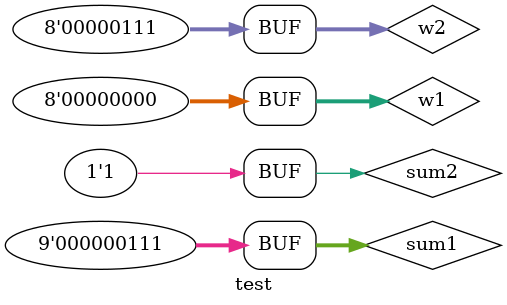
<source format=v>
module test;
		wire [7:0] w1 = 8'b00000000;
		wire [7:0] w2 = 8'b00000111;
		wire [8:0] sum1;
//		wire [8:0] sum2;
	
		assign sum1 = {1'b0,w1} + {1'b0,w2};
		assign sum2 = sum1; 	//implicit size of sum2 is 1 bit
									//sum1=       7
									//sum2=       1
		initial
				$monitor("sum1=%8d\nsum2=%8d", sum1, sum2);
endmodule


</source>
